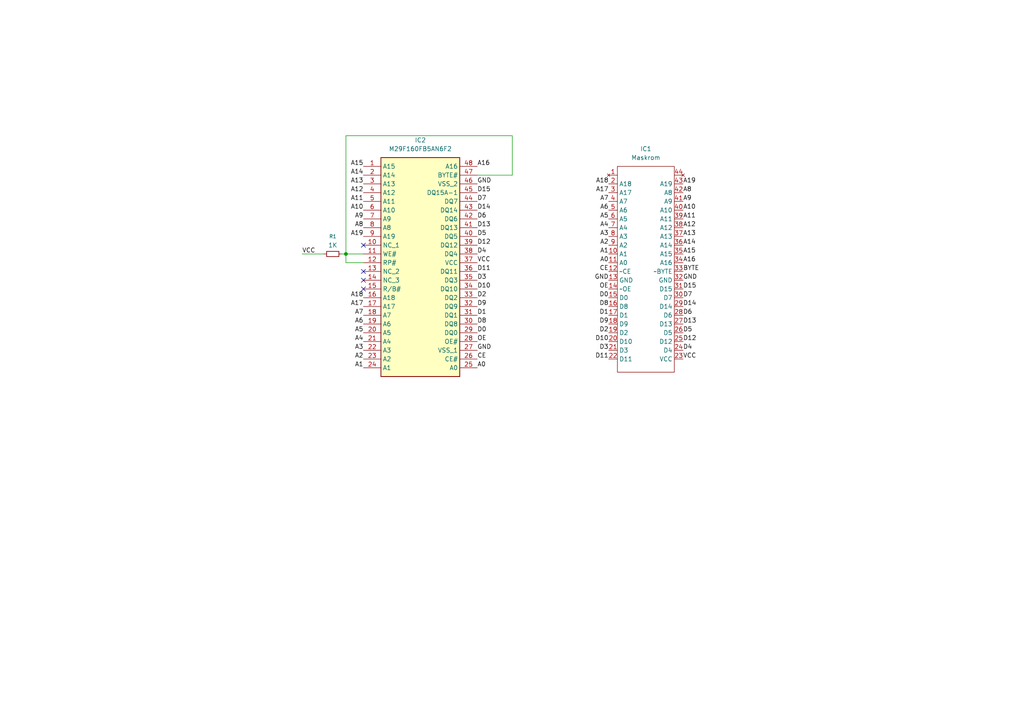
<source format=kicad_sch>
(kicad_sch (version 20250114) (generator "eeschema") (generator_version "9.0")
  (paper "A4")
  (title_block (title "XK-403 Maskrom TSOP48 Adapter") (date "2025-04-26"))
  (lib_symbols
    (symbol "Device:R_Small" (pin_numbers (hide yes)) (pin_names (offset 0.254) (hide yes))
      (property "Reference" "R" (at 0 0 90))
      (property "Value" "R_Small" (at 1.778 0 90))
      (symbol "R_Small_0_1"
        (rectangle (start -0.762 1.778) (end 0.762 -1.778) (stroke (width 0.2032)))
      )
      (symbol "R_Small_1_1"
        (pin passive line (at 0 2.54 270) (length 0.762) (name "~") (number "1"))
        (pin passive line (at 0 -2.54 90) (length 0.762) (name "~") (number "2"))
      )
    )
    (symbol "LOOPY_Cart:UPD23C16000"
      (property "Reference" "U" (at 0 0 0))
      (symbol "UPD23C16000_0_1"
        (rectangle (start -8.89 -1.27) (end 7.62 -60.96))
      )
      (symbol "UPD23C16000_1_1"
        (pin no_connect line (at -11.43 -3.81 0) (length 2.54) (name "") (number "1"))
        (pin input line (at -11.43 -6.35 0) (length 2.54) (name "A18") (number "2"))
        (pin input line (at -11.43 -8.89 0) (length 2.54) (name "A17") (number "3"))
        (pin input line (at -11.43 -11.43 0) (length 2.54) (name "A7") (number "4"))
        (pin input line (at -11.43 -13.97 0) (length 2.54) (name "A6") (number "5"))
        (pin input line (at -11.43 -16.51 0) (length 2.54) (name "A5") (number "6"))
        (pin input line (at -11.43 -19.05 0) (length 2.54) (name "A4") (number "7"))
        (pin input line (at -11.43 -21.59 0) (length 2.54) (name "A3") (number "8"))
        (pin input line (at -11.43 -24.13 0) (length 2.54) (name "A2") (number "9"))
        (pin input line (at -11.43 -26.67 0) (length 2.54) (name "A1") (number "10"))
        (pin input line (at -11.43 -29.21 0) (length 2.54) (name "A0") (number "11"))
        (pin input line (at -11.43 -31.75 0) (length 2.54) (name "~CE") (number "12"))
        (pin power_in line (at -11.43 -34.29 0) (length 2.54) (name "GND") (number "13"))
        (pin input line (at -11.43 -36.83 0) (length 2.54) (name "~OE") (number "14"))
        (pin output line (at -11.43 -39.37 0) (length 2.54) (name "D0") (number "15"))
        (pin output line (at -11.43 -41.91 0) (length 2.54) (name "D8") (number "16"))
        (pin output line (at -11.43 -44.45 0) (length 2.54) (name "D1") (number "17"))
        (pin output line (at -11.43 -46.99 0) (length 2.54) (name "D9") (number "18"))
        (pin output line (at -11.43 -49.53 0) (length 2.54) (name "D2") (number "19"))
        (pin output line (at -11.43 -52.07 0) (length 2.54) (name "D10") (number "20"))
        (pin output line (at -11.43 -54.61 0) (length 2.54) (name "D3") (number "21"))
        (pin output line (at -11.43 -57.15 0) (length 2.54) (name "D11") (number "22"))
        (pin no_connect line (at 10.16 -3.81 180) (length 2.54) (name "") (number "44"))
        (pin input line (at 10.16 -6.35 180) (length 2.54) (name "A19") (number "43"))
        (pin input line (at 10.16 -8.89 180) (length 2.54) (name "A8") (number "42"))
        (pin input line (at 10.16 -11.43 180) (length 2.54) (name "A9") (number "41"))
        (pin input line (at 10.16 -13.97 180) (length 2.54) (name "A10") (number "40"))
        (pin input line (at 10.16 -16.51 180) (length 2.54) (name "A11") (number "39"))
        (pin input line (at 10.16 -19.05 180) (length 2.54) (name "A12") (number "38"))
        (pin input line (at 10.16 -21.59 180) (length 2.54) (name "A13") (number "37"))
        (pin input line (at 10.16 -24.13 180) (length 2.54) (name "A14") (number "36"))
        (pin input line (at 10.16 -26.67 180) (length 2.54) (name "A15") (number "35"))
        (pin input line (at 10.16 -29.21 180) (length 2.54) (name "A16") (number "34"))
        (pin input line (at 10.16 -31.75 180) (length 2.54) (name "~BYTE") (number "33"))
        (pin power_in line (at 10.16 -34.29 180) (length 2.54) (name "GND") (number "32"))
        (pin output line (at 10.16 -36.83 180) (length 2.54) (name "D15") (number "31"))
        (pin output line (at 10.16 -39.37 180) (length 2.54) (name "D7") (number "30"))
        (pin output line (at 10.16 -41.91 180) (length 2.54) (name "D14") (number "29"))
        (pin output line (at 10.16 -44.45 180) (length 2.54) (name "D6") (number "28"))
        (pin output line (at 10.16 -46.99 180) (length 2.54) (name "D13") (number "27"))
        (pin output line (at 10.16 -49.53 180) (length 2.54) (name "D5") (number "26"))
        (pin output line (at 10.16 -52.07 180) (length 2.54) (name "D12") (number "25"))
        (pin output line (at 10.16 -54.61 180) (length 2.54) (name "D4") (number "24"))
        (pin power_in line (at 10.16 -57.15 180) (length 2.54) (name "VCC") (number "23"))
      )
    )
    (symbol "LOOPY_M29F160:M29F160FB5AN6F2"
      (property "Reference" "IC" (at 29.21 7.62 0))
      (property "Value" "M29F160FB5AN6F2" (at 29.21 5.08 0))
      (symbol "M29F160FB5AN6F2_1_1"
        (rectangle (start 5.08 2.54) (end 27.94 -60.96) (stroke (width 0.254)) (fill (type background)))
        (pin passive line (at 0 0 0) (length 5.08) (name "A15") (number "1"))
        (pin passive line (at 0 -2.54 0) (length 5.08) (name "A14") (number "2"))
        (pin passive line (at 0 -5.08 0) (length 5.08) (name "A13") (number "3"))
        (pin passive line (at 0 -7.62 0) (length 5.08) (name "A12") (number "4"))
        (pin passive line (at 0 -10.16 0) (length 5.08) (name "A11") (number "5"))
        (pin passive line (at 0 -12.7 0) (length 5.08) (name "A10") (number "6"))
        (pin passive line (at 0 -15.24 0) (length 5.08) (name "A9") (number "7"))
        (pin passive line (at 0 -17.78 0) (length 5.08) (name "A8") (number "8"))
        (pin passive line (at 0 -20.32 0) (length 5.08) (name "A19") (number "9"))
        (pin passive line (at 0 -22.86 0) (length 5.08) (name "NC_1") (number "10"))
        (pin passive line (at 0 -25.4 0) (length 5.08) (name "WE#") (number "11"))
        (pin passive line (at 0 -27.94 0) (length 5.08) (name "RP#") (number "12"))
        (pin passive line (at 0 -30.48 0) (length 5.08) (name "NC_2") (number "13"))
        (pin passive line (at 0 -33.02 0) (length 5.08) (name "NC_3") (number "14"))
        (pin passive line (at 0 -35.56 0) (length 5.08) (name "R/B#") (number "15"))
        (pin passive line (at 0 -38.1 0) (length 5.08) (name "A18") (number "16"))
        (pin passive line (at 0 -40.64 0) (length 5.08) (name "A17") (number "17"))
        (pin passive line (at 0 -43.18 0) (length 5.08) (name "A7") (number "18"))
        (pin passive line (at 0 -45.72 0) (length 5.08) (name "A6") (number "19"))
        (pin passive line (at 0 -48.26 0) (length 5.08) (name "A5") (number "20"))
        (pin passive line (at 0 -50.8 0) (length 5.08) (name "A4") (number "21"))
        (pin passive line (at 0 -53.34 0) (length 5.08) (name "A3") (number "22"))
        (pin passive line (at 0 -55.88 0) (length 5.08) (name "A2") (number "23"))
        (pin passive line (at 0 -58.42 0) (length 5.08) (name "A1") (number "24"))
        (pin passive line (at 33.02 0 180) (length 5.08) (name "A16") (number "48"))
        (pin passive line (at 33.02 -2.54 180) (length 5.08) (name "BYTE#") (number "47"))
        (pin passive line (at 33.02 -5.08 180) (length 5.08) (name "VSS_2") (number "46"))
        (pin passive line (at 33.02 -7.62 180) (length 5.08) (name "DQ15A-1") (number "45"))
        (pin passive line (at 33.02 -10.16 180) (length 5.08) (name "DQ7") (number "44"))
        (pin passive line (at 33.02 -12.7 180) (length 5.08) (name "DQ14") (number "43"))
        (pin passive line (at 33.02 -15.24 180) (length 5.08) (name "DQ6") (number "42"))
        (pin passive line (at 33.02 -17.78 180) (length 5.08) (name "DQ13") (number "41"))
        (pin passive line (at 33.02 -20.32 180) (length 5.08) (name "DQ5") (number "40"))
        (pin passive line (at 33.02 -22.86 180) (length 5.08) (name "DQ12") (number "39"))
        (pin passive line (at 33.02 -25.4 180) (length 5.08) (name "DQ4") (number "38"))
        (pin passive line (at 33.02 -27.94 180) (length 5.08) (name "VCC") (number "37"))
        (pin passive line (at 33.02 -30.48 180) (length 5.08) (name "DQ11") (number "36"))
        (pin passive line (at 33.02 -33.02 180) (length 5.08) (name "DQ3") (number "35"))
        (pin passive line (at 33.02 -35.56 180) (length 5.08) (name "DQ10") (number "34"))
        (pin passive line (at 33.02 -38.1 180) (length 5.08) (name "DQ2") (number "33"))
        (pin passive line (at 33.02 -40.64 180) (length 5.08) (name "DQ9") (number "32"))
        (pin passive line (at 33.02 -43.18 180) (length 5.08) (name "DQ1") (number "31"))
        (pin passive line (at 33.02 -45.72 180) (length 5.08) (name "DQ8") (number "30"))
        (pin passive line (at 33.02 -48.26 180) (length 5.08) (name "DQ0") (number "29"))
        (pin passive line (at 33.02 -50.8 180) (length 5.08) (name "OE#") (number "28"))
        (pin passive line (at 33.02 -53.34 180) (length 5.08) (name "VSS_1") (number "27"))
        (pin passive line (at 33.02 -55.88 180) (length 5.08) (name "CE#") (number "26"))
        (pin passive line (at 33.02 -58.42 180) (length 5.08) (name "A0") (number "25"))
      )
    )
  )
  (junction (at 100.33 73.66))
  (no_connect (at 105.41 83.82))
  (no_connect (at 105.41 81.28))
  (no_connect (at 105.41 71.12))
  (no_connect (at 105.41 78.74))
  (wire (pts (xy 99.06 73.66) (xy 100.33 73.66)))
  (wire (pts (xy 100.33 73.66) (xy 105.41 73.66)))
  (wire (pts (xy 100.33 76.2) (xy 100.33 73.66)))
  (wire (pts (xy 87.63 73.66) (xy 93.98 73.66)))
  (wire (pts (xy 105.41 76.2) (xy 100.33 76.2)))
  (wire (pts (xy 148.59 39.37) (xy 100.33 39.37)))
  (wire (pts (xy 100.33 39.37) (xy 100.33 73.66)))
  (wire (pts (xy 148.59 50.8) (xy 148.59 39.37)))
  (wire (pts (xy 138.43 50.8) (xy 148.59 50.8)))
  (label "D7" (at 198.12 86.36 0))
  (label "A15" (at 105.41 48.26 180))
  (label "D12" (at 138.43 71.12 0))
  (label "D10" (at 176.53 99.06 180))
  (label "D0" (at 176.53 86.36 180))
  (label "D1" (at 176.53 91.44 180))
  (label "A6" (at 105.41 93.98 180))
  (label "A14" (at 198.12 71.12 0))
  (label "D3" (at 138.43 81.28 0))
  (label "A17" (at 176.53 55.88 180))
  (label "A3" (at 105.41 101.6 180))
  (label "D6" (at 138.43 63.5 0))
  (label "A2" (at 176.53 71.12 180))
  (label "A18" (at 176.53 53.34 180))
  (label "D13" (at 198.12 93.98 0))
  (label "A9" (at 198.12 58.42 0))
  (label "A10" (at 105.41 60.96 180))
  (label "A9" (at 105.41 63.5 180))
  (label "D4" (at 138.43 73.66 0))
  (label "D0" (at 138.43 96.52 0))
  (label "A8" (at 198.12 55.88 0))
  (label "D8" (at 138.43 93.98 0))
  (label "A2" (at 105.41 104.14 180))
  (label "A19" (at 105.41 68.58 180))
  (label "D12" (at 198.12 99.06 0))
  (label "A5" (at 105.41 96.52 180))
  (label "GND" (at 138.43 53.34 0))
  (label "D7" (at 138.43 58.42 0))
  (label "A7" (at 105.41 91.44 180))
  (label "D4" (at 198.12 101.6 0))
  (label "D9" (at 138.43 88.9 0))
  (label "A6" (at 176.53 60.96 180))
  (label "A4" (at 105.41 99.06 180))
  (label "A1" (at 105.41 106.68 180))
  (label "BYTE" (at 198.12 78.74 0))
  (label "D15" (at 138.43 55.88 0))
  (label "D2" (at 176.53 96.52 180))
  (label "D5" (at 138.43 68.58 0))
  (label "A16" (at 138.43 48.26 0))
  (label "CE" (at 176.53 78.74 180))
  (label "D11" (at 138.43 78.74 0))
  (label "A1" (at 176.53 73.66 180))
  (label "GND" (at 198.12 81.28 0))
  (label "D6" (at 198.12 91.44 0))
  (label "D8" (at 176.53 88.9 180))
  (label "A11" (at 198.12 63.5 0))
  (label "D15" (at 198.12 83.82 0))
  (label "D9" (at 176.53 93.98 180))
  (label "A12" (at 198.12 66.04 0))
  (label "D1" (at 138.43 91.44 0))
  (label "VCC" (at 138.43 76.2 0))
  (label "A0" (at 176.53 76.2 180))
  (label "A10" (at 198.12 60.96 0))
  (label "D13" (at 138.43 66.04 0))
  (label "A5" (at 176.53 63.5 180))
  (label "D14" (at 138.43 60.96 0))
  (label "A13" (at 105.41 53.34 180))
  (label "D14" (at 198.12 88.9 0))
  (label "A3" (at 176.53 68.58 180))
  (label "VCC" (at 87.63 73.66 0))
  (label "GND" (at 176.53 81.28 180))
  (label "GND" (at 138.43 101.6 0))
  (label "A17" (at 105.41 88.9 180))
  (label "D10" (at 138.43 83.82 0))
  (label "D5" (at 198.12 96.52 0))
  (label "D3" (at 176.53 101.6 180))
  (label "A12" (at 105.41 55.88 180))
  (label "VCC" (at 198.12 104.14 0))
  (label "A15" (at 198.12 73.66 0))
  (label "A8" (at 105.41 66.04 180))
  (label "D2" (at 138.43 86.36 0))
  (label "A16" (at 198.12 76.2 0))
  (label "A0" (at 138.43 106.68 0))
  (label "A18" (at 105.41 86.36 180))
  (label "OE" (at 176.53 83.82 180))
  (label "A14" (at 105.41 50.8 180))
  (label "A19" (at 198.12 53.34 0))
  (label "A11" (at 105.41 58.42 180))
  (label "CE" (at 138.43 104.14 0))
  (label "A13" (at 198.12 68.58 0))
  (label "A4" (at 176.53 66.04 180))
  (label "A7" (at 176.53 58.42 180))
  (label "D11" (at 176.53 104.14 180))
  (label "OE" (at 138.43 99.06 0))
  (symbol (lib_id "Device:R_Small") (at 96.52 73.66 90) (unit 1)
    (property "Reference" "R1" (at 96.52 68.58 90) (effects (font (size 1.016 1.016))))
    (property "Value" "1K" (at 96.52 71.12 90))
    (property "Footprint" "LED_SMD:LED_0805_2012Metric_Pad1.15x1.40mm_HandSolder" (effects (hide yes)))
    (property "Description" "Resistor, small symbol" (effects (hide yes)))
  )
  (symbol (lib_id "LOOPY_M29F160:M29F160FB5AN6F2") (at 105.41 48.26 0) (unit 1)
    (property "Reference" "IC2" (at 121.92 40.64 0))
    (property "Value" "M29F160FB5AN6F2" (at 121.92 43.18 0))
    (property "Footprint" "LOOPY_M29F160:SOP50P2000X120-48N" (effects (hide yes)))
    (property "Datasheet" "https://www.micron.com/-/media/client/global/documents/products/data-sheet/nor-flash/m29fxxft-fb.pdf" (effects (hide yes)))
    (property "Description" "NOR Flash Micron Parallel NOR Flash Embedded Memory Top/Bottom Boot Block 5V Supply" (effects (hide yes)))
    (property "Height" "1.2" (effects (hide yes)))
    (property "Manufacturer_Name" "Alliance Memory" (effects (hide yes)))
    (property "Manufacturer_Part_Number" "M29F160FB5AN6F2" (effects (hide yes)))
    (property "Mouser Part Number" "913-M29F160FB5AN6F2" (effects (hide yes)))
    (property "Mouser Price/Stock" "https://www.mouser.co.uk/ProductDetail/Alliance-Memory/M29F160FB5AN6F2?qs=vmHwEFxEFR%252BnlPNrkaFLng%3D%3D" (effects (hide yes)))
  )
  (symbol (lib_id "LOOPY_Cart:UPD23C16000") (at 187.96 46.99 0) (unit 1)
    (property "Reference" "IC1" (at 187.325 43.18 0))
    (property "Value" "Maskrom" (at 187.325 45.72 0))
    (property "Footprint" "LOOPY_Cart:LOOPY-SOIC-44" (effects (hide yes)))
  )
)
</source>
